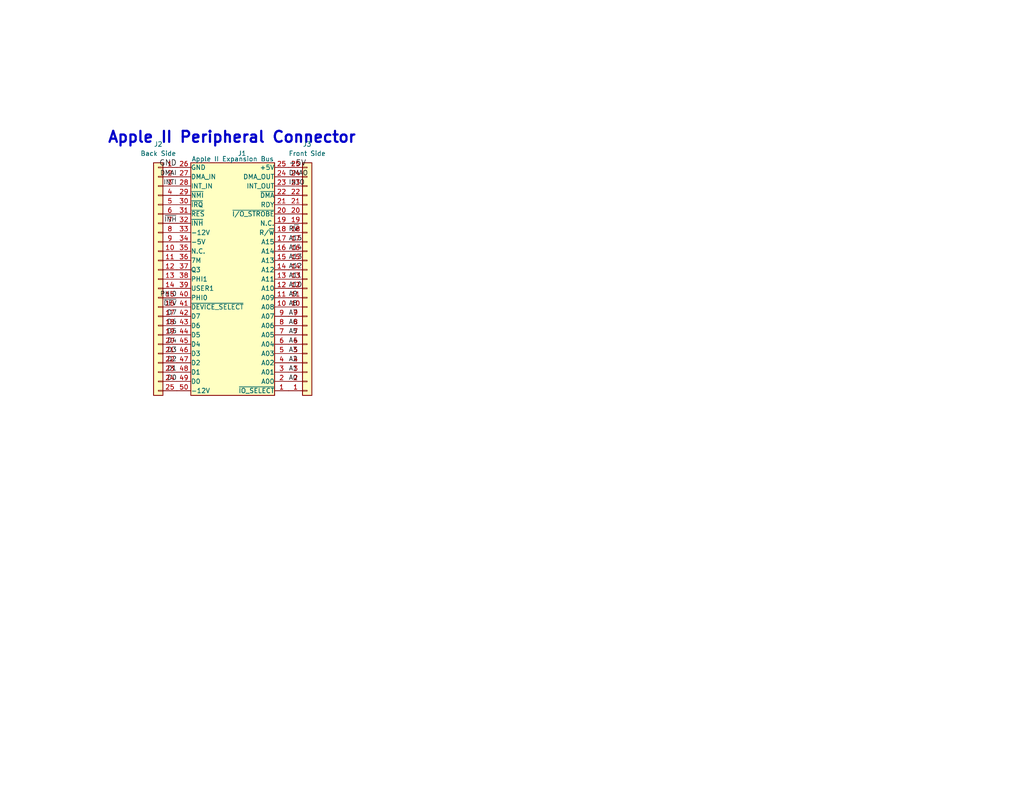
<source format=kicad_sch>
(kicad_sch (version 20230121) (generator eeschema)
  (paper "USLetter")
  (lib_symbols
    (symbol "Apple II:Apple II Expansion Bus" (pin_names (offset 0.002))
      (property "Reference" "J1" (at 2.54 34.29 0))
      (property "Value" "Apple II Expansion Bus" (at 0 32.7914 0))
      (symbol "Apple II Expansion Bus_1_1"
        (rectangle (start -11.43 31.75) (end 11.43 -31.75) (stroke (width 0.254)) (fill (type background)))
        (pin output line (at -15.24 30.48 0) (length 3.81) (name "~{IO_SELECT}") (number "1"))
        (pin output line (at -15.24 7.62 0) (length 3.81) (name "A08") (number "10"))
        (pin output line (at -15.24 5.08 0) (length 3.81) (name "A09") (number "11"))
        (pin output line (at -15.24 2.54 0) (length 3.81) (name "A10") (number "12"))
        (pin output line (at -15.24 0 0) (length 3.81) (name "A11") (number "13"))
        (pin output line (at -15.24 -2.54 0) (length 3.81) (name "A12") (number "14"))
        (pin output line (at -15.24 -5.08 0) (length 3.81) (name "A13") (number "15"))
        (pin output line (at -15.24 -7.62 0) (length 3.81) (name "A14") (number "16"))
        (pin output line (at -15.24 -10.16 0) (length 3.81) (name "A15") (number "17"))
        (pin output line (at -15.24 -12.7 0) (length 3.81) (name "R/~{W}") (number "18"))
        (pin passive line (at -15.24 -15.24 0) (length 3.81) (name "N.C.") (number "19"))
        (pin output line (at -15.24 27.94 0) (length 3.81) (name "A00") (number "2"))
        (pin output line (at -15.24 -17.78 0) (length 3.81) (name "~{I/O_STROBE}") (number "20"))
        (pin input line (at -15.24 -20.32 0) (length 3.81) (name "RDY") (number "21"))
        (pin input line (at -15.24 -22.86 0) (length 3.81) (name "~{DMA}") (number "22"))
        (pin input line (at -15.24 -25.4 0) (length 3.81) (name "INT_OUT") (number "23"))
        (pin input line (at -15.24 -27.94 0) (length 3.81) (name "DMA_OUT") (number "24"))
        (pin power_out line (at -15.24 -30.48 0) (length 3.81) (name "+5V") (number "25"))
        (pin power_out line (at 15.24 -30.48 180) (length 3.81) (name "GND") (number "26"))
        (pin output line (at 15.24 -27.94 180) (length 3.81) (name "DMA_IN") (number "27"))
        (pin output line (at 15.24 -25.4 180) (length 3.81) (name "INT_IN") (number "28"))
        (pin input line (at 15.24 -22.86 180) (length 3.81) (name "~{NMI}") (number "29"))
        (pin output line (at -15.24 25.4 0) (length 3.81) (name "A01") (number "3"))
        (pin input line (at 15.24 -20.32 180) (length 3.81) (name "~{IRQ}") (number "30"))
        (pin bidirectional line (at 15.24 -17.78 180) (length 3.81) (name "~{RES}") (number "31"))
        (pin input line (at 15.24 -15.24 180) (length 3.81) (name "~{INH}") (number "32"))
        (pin power_out line (at 15.24 -12.7 180) (length 3.81) (name "-12V") (number "33"))
        (pin power_out line (at 15.24 -10.16 180) (length 3.81) (name "-5V") (number "34"))
        (pin passive line (at 15.24 -7.62 180) (length 3.81) (name "N.C.") (number "35"))
        (pin output line (at 15.24 -5.08 180) (length 3.81) (name "7M") (number "36"))
        (pin output line (at 15.24 -2.54 180) (length 3.81) (name "Q3") (number "37"))
        (pin output line (at 15.24 0 180) (length 3.81) (name "PHI1") (number "38"))
        (pin input line (at 15.24 2.54 180) (length 3.81) (name "USER1") (number "39"))
        (pin output line (at -15.24 22.86 0) (length 3.81) (name "A02") (number "4"))
        (pin output line (at 15.24 5.08 180) (length 3.81) (name "PHI0") (number "40"))
        (pin output line (at 15.24 7.62 180) (length 3.81) (name "~{DEVICE_SELECT}") (number "41"))
        (pin bidirectional line (at 15.24 10.16 180) (length 3.81) (name "D7") (number "42"))
        (pin bidirectional line (at 15.24 12.7 180) (length 3.81) (name "D6") (number "43"))
        (pin bidirectional line (at 15.24 15.24 180) (length 3.81) (name "D5") (number "44"))
        (pin bidirectional line (at 15.24 17.78 180) (length 3.81) (name "D4") (number "45"))
        (pin bidirectional line (at 15.24 20.32 180) (length 3.81) (name "D3") (number "46"))
        (pin bidirectional line (at 15.24 22.86 180) (length 3.81) (name "D2") (number "47"))
        (pin bidirectional line (at 15.24 25.4 180) (length 3.81) (name "D1") (number "48"))
        (pin bidirectional line (at 15.24 27.94 180) (length 3.81) (name "D0") (number "49"))
        (pin output line (at -15.24 20.32 0) (length 3.81) (name "A03") (number "5"))
        (pin power_out line (at 15.24 30.48 180) (length 3.81) (name "-12V") (number "50"))
        (pin output line (at -15.24 17.78 0) (length 3.81) (name "A04") (number "6"))
        (pin output line (at -15.24 15.24 0) (length 3.81) (name "A05") (number "7"))
        (pin output line (at -15.24 12.7 0) (length 3.81) (name "A06") (number "8"))
        (pin output line (at -15.24 10.16 0) (length 3.81) (name "A07") (number "9"))
      )
    )
    (symbol "Connector_Generic:Conn_01x25" (pin_names (offset 1.016) hide)
      (property "Reference" "J" (at 0 33.02 0))
      (property "Value" "Conn_01x25" (at 0 -33.02 0))
      (symbol "Conn_01x25_1_1"
        (rectangle (start -1.27 -30.353) (end 0 -30.607) (stroke (width 0.1524)))
        (rectangle (start -1.27 -27.813) (end 0 -28.067) (stroke (width 0.1524)))
        (rectangle (start -1.27 -25.273) (end 0 -25.527) (stroke (width 0.1524)))
        (rectangle (start -1.27 -22.733) (end 0 -22.987) (stroke (width 0.1524)))
        (rectangle (start -1.27 -20.193) (end 0 -20.447) (stroke (width 0.1524)))
        (rectangle (start -1.27 -17.653) (end 0 -17.907) (stroke (width 0.1524)))
        (rectangle (start -1.27 -15.113) (end 0 -15.367) (stroke (width 0.1524)))
        (rectangle (start -1.27 -12.573) (end 0 -12.827) (stroke (width 0.1524)))
        (rectangle (start -1.27 -10.033) (end 0 -10.287) (stroke (width 0.1524)))
        (rectangle (start -1.27 -7.493) (end 0 -7.747) (stroke (width 0.1524)))
        (rectangle (start -1.27 -4.953) (end 0 -5.207) (stroke (width 0.1524)))
        (rectangle (start -1.27 -2.413) (end 0 -2.667) (stroke (width 0.1524)))
        (rectangle (start -1.27 0.127) (end 0 -0.127) (stroke (width 0.1524)))
        (rectangle (start -1.27 2.667) (end 0 2.413) (stroke (width 0.1524)))
        (rectangle (start -1.27 5.207) (end 0 4.953) (stroke (width 0.1524)))
        (rectangle (start -1.27 7.747) (end 0 7.493) (stroke (width 0.1524)))
        (rectangle (start -1.27 10.287) (end 0 10.033) (stroke (width 0.1524)))
        (rectangle (start -1.27 12.827) (end 0 12.573) (stroke (width 0.1524)))
        (rectangle (start -1.27 15.367) (end 0 15.113) (stroke (width 0.1524)))
        (rectangle (start -1.27 17.907) (end 0 17.653) (stroke (width 0.1524)))
        (rectangle (start -1.27 20.447) (end 0 20.193) (stroke (width 0.1524)))
        (rectangle (start -1.27 22.987) (end 0 22.733) (stroke (width 0.1524)))
        (rectangle (start -1.27 25.527) (end 0 25.273) (stroke (width 0.1524)))
        (rectangle (start -1.27 28.067) (end 0 27.813) (stroke (width 0.1524)))
        (rectangle (start -1.27 30.607) (end 0 30.353) (stroke (width 0.1524)))
        (rectangle (start -1.27 31.75) (end 1.27 -31.75) (stroke (width 0.254)) (fill (type background)))
        (pin passive line (at -5.08 30.48 0) (length 3.81) (name "Pin_1") (number "1"))
        (pin passive line (at -5.08 7.62 0) (length 3.81) (name "Pin_10") (number "10"))
        (pin passive line (at -5.08 5.08 0) (length 3.81) (name "Pin_11") (number "11"))
        (pin passive line (at -5.08 2.54 0) (length 3.81) (name "Pin_12") (number "12"))
        (pin passive line (at -5.08 0 0) (length 3.81) (name "Pin_13") (number "13"))
        (pin passive line (at -5.08 -2.54 0) (length 3.81) (name "Pin_14") (number "14"))
        (pin passive line (at -5.08 -5.08 0) (length 3.81) (name "Pin_15") (number "15"))
        (pin passive line (at -5.08 -7.62 0) (length 3.81) (name "Pin_16") (number "16"))
        (pin passive line (at -5.08 -10.16 0) (length 3.81) (name "Pin_17") (number "17"))
        (pin passive line (at -5.08 -12.7 0) (length 3.81) (name "Pin_18") (number "18"))
        (pin passive line (at -5.08 -15.24 0) (length 3.81) (name "Pin_19") (number "19"))
        (pin passive line (at -5.08 27.94 0) (length 3.81) (name "Pin_2") (number "2"))
        (pin passive line (at -5.08 -17.78 0) (length 3.81) (name "Pin_20") (number "20"))
        (pin passive line (at -5.08 -20.32 0) (length 3.81) (name "Pin_21") (number "21"))
        (pin passive line (at -5.08 -22.86 0) (length 3.81) (name "Pin_22") (number "22"))
        (pin passive line (at -5.08 -25.4 0) (length 3.81) (name "Pin_23") (number "23"))
        (pin passive line (at -5.08 -27.94 0) (length 3.81) (name "Pin_24") (number "24"))
        (pin passive line (at -5.08 -30.48 0) (length 3.81) (name "Pin_25") (number "25"))
        (pin passive line (at -5.08 25.4 0) (length 3.81) (name "Pin_3") (number "3"))
        (pin passive line (at -5.08 22.86 0) (length 3.81) (name "Pin_4") (number "4"))
        (pin passive line (at -5.08 20.32 0) (length 3.81) (name "Pin_5") (number "5"))
        (pin passive line (at -5.08 17.78 0) (length 3.81) (name "Pin_6") (number "6"))
        (pin passive line (at -5.08 15.24 0) (length 3.81) (name "Pin_7") (number "7"))
        (pin passive line (at -5.08 12.7 0) (length 3.81) (name "Pin_8") (number "8"))
        (pin passive line (at -5.08 10.16 0) (length 3.81) (name "Pin_9") (number "9"))
      )
    )
  )
  (text "Apple II Peripheral Connector" (at 29.21 39.37 0) (effects (font (size 2.9972 2.9972) (thickness 0.5994) bold) (justify left bottom)))
  (label "D7" (at 48.26 86.36 180))
  (label "DMAO" (at 78.74 48.26 0))
  (label "D6" (at 48.26 88.9 180))
  (label "INTO" (at 78.74 50.8 0))
  (label "GND" (at 48.26 45.72 180) (effects (font (size 1.524 1.524))))
  (label "INTI" (at 48.26 50.8 180))
  (label "A11" (at 78.74 76.2 0))
  (label "A0" (at 78.74 104.14 0))
  (label "A4" (at 78.74 93.98 0))
  (label "A5" (at 78.74 91.44 0))
  (label "A10" (at 78.74 78.74 0))
  (label "D1" (at 48.26 101.6 180))
  (label "DMAI" (at 48.26 48.26 180))
  (label "A1" (at 78.74 101.6 0))
  (label "A7" (at 78.74 86.36 0))
  (label "A13" (at 78.74 71.12 0))
  (label "R~{W}" (at 78.74 63.5 0))
  (label "A8" (at 78.74 83.82 0))
  (label "A12" (at 78.74 73.66 0))
  (label "PHI0" (at 48.26 81.28 180))
  (label "~{INH}" (at 48.26 60.96 180))
  (label "D5" (at 48.26 91.44 180))
  (label "+5V" (at 78.74 45.72 0) (effects (font (size 1.524 1.524))))
  (label "D2" (at 48.26 99.06 180))
  (label "A14" (at 78.74 68.58 0))
  (label "D0" (at 48.26 104.14 180))
  (label "A6" (at 78.74 88.9 0))
  (label "~{DEV}" (at 48.26 83.82 180))
  (label "A3" (at 78.74 96.52 0))
  (label "A15" (at 78.74 66.04 0))
  (label "D4" (at 48.26 93.98 180))
  (label "A9" (at 78.74 81.28 0))
  (label "A2" (at 78.74 99.06 0))
  (label "D3" (at 48.26 96.52 180))
  (symbol (lib_id "Apple II:Apple II Expansion Bus") (at 63.5 76.2 180) (unit 1)
    (property "Reference" "J1" (at 66.04 41.91 0))
    (property "Value" "Apple II Expansion Bus" (at 63.5 43.4086 0))
    (property "Footprint" "Apple2:Apple II Expansion Edge Connector" (effects hide))
  )
  (symbol (lib_id "Connector_Generic:Conn_01x25") (at 43.18 76.2 0) (mirror y) (unit 1)
    (property "Reference" "J2" (at 43.18 39.37 0))
    (property "Value" "Back Side" (at 43.18 41.91 0))
    (property "Footprint" "Connector_PinHeader_2.54mm:PinHeader_1x24_P2.54mm_Vertical" (effects hide))
  )
  (symbol (lib_id "Connector_Generic:Conn_01x25") (at 83.82 76.2 0) (mirror x) (unit 1)
    (property "Reference" "J3" (at 83.82 39.37 0))
    (property "Value" "Front Side" (at 83.82 41.91 0))
    (property "Footprint" "Connector_PinHeader_2.54mm:PinHeader_1x24_P2.54mm_Vertical" (effects hide))
  )
)
</source>
